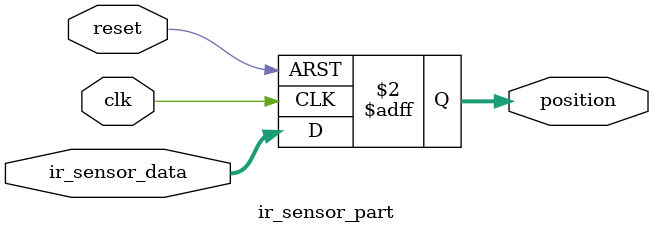
<source format=v>
module ir_sensor_part (
    input wire clk,
    input wire reset,
    input wire [1:0] ir_sensor_data,
    output reg [1:0] position
);

    always @(posedge clk or posedge reset) begin
        if (reset) begin
            position <= 2'b00;
        end else begin
            position <= ir_sensor_data;  // Directly passing the sensor data to position for simplicity
        end
    end

endmodule
</source>
